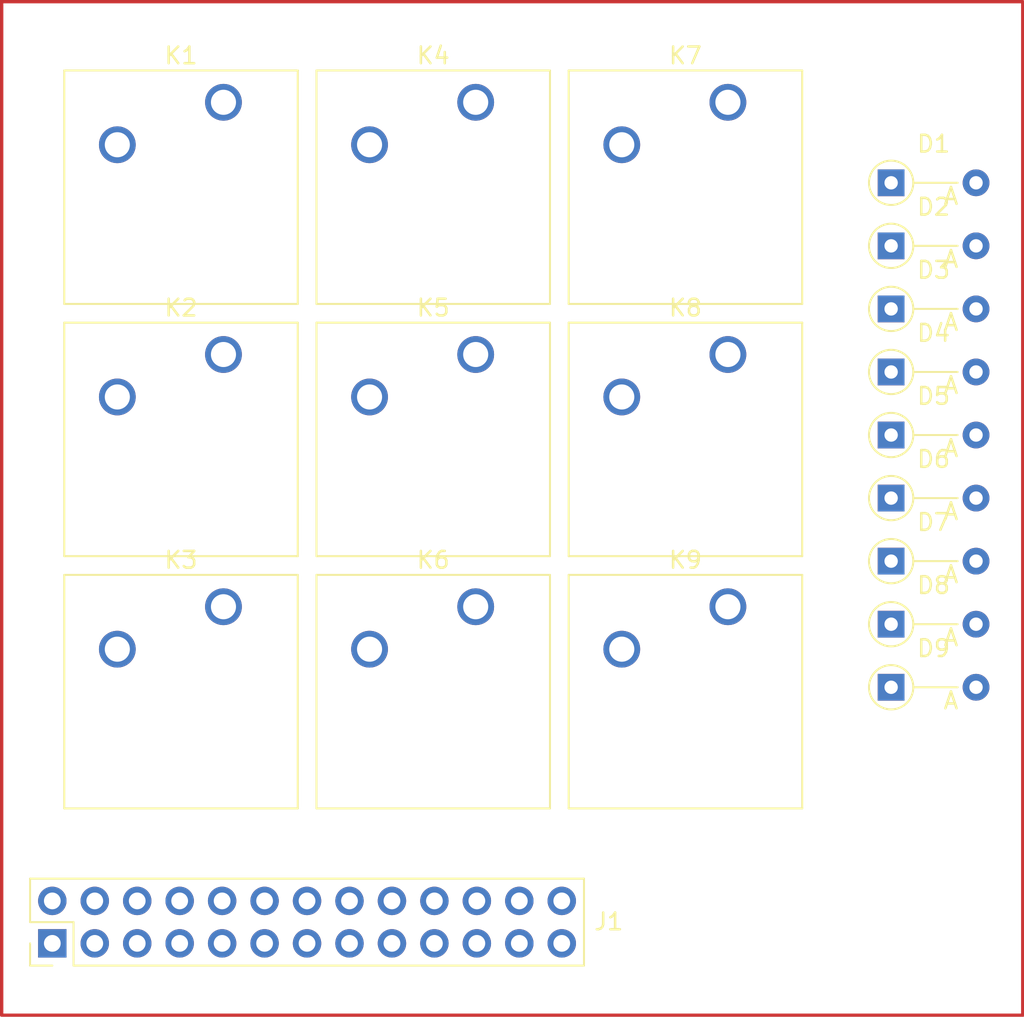
<source format=kicad_pcb>
(kicad_pcb (version 20240108) (generator "pcbnew") (generator_version "8.0")
  (layers (0 "F.Cu" signal) (31 "B.Cu" signal) (34 "B.Paste" user) (35 "F.Paste" user) (36 "B.SilkS" user "B.Silkscreen") (37 "F.SilkS" user "F.Silkscreen") (38 "B.Mask" user) (39 "F.Mask" user) (44 "Edge.Cuts" user))
  (net 0 "")
  (net 1 "/row0")
  (net 2 "Net-(D1-A)")
  (net 3 "Net-(D2-A)")
  (net 4 "Net-(D3-A)")
  (net 5 "Net-(D4-A)")
  (net 6 "/row 1")
  (net 7 "Net-(D5-A)")
  (net 8 "Net-(D6-A)")
  (net 9 "Net-(D7-A)")
  (net 10 "/row 2")
  (net 11 "Net-(D8-A)")
  (net 12 "Net-(D9-A)")
  (net 13 "/col 0")
  (net 14 "/col 1")
  (net 15 "/col 2")
  (net 16 "GND")
  (net 21 "Net-(J1-Pin_10)")
  (footprint "Button_Switch_Keyboard:SW_Cherry_MX_1.00u_PCB" (layer "F.Cu") (at 146.46 89.76)
    (property "Reference" "K6" (at -2.54 -2.794 0) (layer "F.SilkS"))
    (property "Value" "KEYSW")
    (fp_line (start -9.525 -1.905) (end 4.445 -1.905) (stroke (width 0.12)) (layer "F.SilkS"))
    (fp_line (start -9.525 12.065) (end -9.525 -1.905) (stroke (width 0.12)) (layer "F.SilkS"))
    (fp_line (start 4.445 -1.905) (end 4.445 12.065) (stroke (width 0.12)) (layer "F.SilkS"))
    (fp_line (start 4.445 12.065) (end -9.525 12.065) (stroke (width 0.12)) (layer "F.SilkS"))
    (pad "" np_thru_hole circle (at -7.62 5.08) (size 1.7 1.7) (drill 1.7) (layers "*.Cu" "*.Mask"))
    (pad "" np_thru_hole circle (at -2.54 5.08) (size 4 4) (drill 4) (layers "*.Cu" "*.Mask"))
    (pad "" np_thru_hole circle (at 2.54 5.08) (size 1.7 1.7) (drill 1.7) (layers "*.Cu" "*.Mask"))
    (pad "1" thru_hole circle (at 0 0) (size 2.2 2.2) (drill 1.5) (layers "*.Cu" "*.Mask") (net 15 "/col 2"))
    (pad "2" thru_hole circle (at -6.35 2.54) (size 2.2 2.2) (drill 1.5) (layers "*.Cu" "*.Mask") (net 8 "Net-(D6-A)"))
  )
  (footprint "Button_Switch_Keyboard:SW_Cherry_MX_1.00u_PCB" (layer "F.Cu") (at 131.37 74.67)
    (property "Reference" "K2" (at -2.54 -2.794 0) (layer "F.SilkS"))
    (property "Value" "KEYSW")
    (fp_line (start -9.525 -1.905) (end 4.445 -1.905) (stroke (width 0.12)) (layer "F.SilkS"))
    (fp_line (start -9.525 12.065) (end -9.525 -1.905) (stroke (width 0.12)) (layer "F.SilkS"))
    (fp_line (start 4.445 -1.905) (end 4.445 12.065) (stroke (width 0.12)) (layer "F.SilkS"))
    (fp_line (start 4.445 12.065) (end -9.525 12.065) (stroke (width 0.12)) (layer "F.SilkS"))
    (pad "" np_thru_hole circle (at -7.62 5.08) (size 1.7 1.7) (drill 1.7) (layers "*.Cu" "*.Mask"))
    (pad "" np_thru_hole circle (at -2.54 5.08) (size 4 4) (drill 4) (layers "*.Cu" "*.Mask"))
    (pad "" np_thru_hole circle (at 2.54 5.08) (size 1.7 1.7) (drill 1.7) (layers "*.Cu" "*.Mask"))
    (pad "1" thru_hole circle (at 0 0) (size 2.2 2.2) (drill 1.5) (layers "*.Cu" "*.Mask") (net 14 "/col 1"))
    (pad "2" thru_hole circle (at -6.35 2.54) (size 2.2 2.2) (drill 1.5) (layers "*.Cu" "*.Mask") (net 3 "Net-(D2-A)"))
  )
  (footprint "Diode_THT:D_DO-35_SOD27_P5.08mm_Vertical_AnodeUp" (layer "F.Cu") (at 171.315686 90.805484)
    (property "Reference" "D8" (at 2.54 -2.326371 0) (layer "F.SilkS"))
    (property "Value" "D")
    (fp_line (start 1.326371 0) (end 3.98 0) (stroke (width 0.12)) (layer "F.SilkS"))
    (fp_circle (center 0 0) (end 1.326371 0) (stroke (width 0.12)) (fill none) (layer "F.SilkS"))
    (fp_text user "A" (at 3.58 0.8 0) (layer "F.SilkS"))
    (pad "1" thru_hole rect (at 0 0) (size 1.6 1.6) (drill 0.8) (layers "*.Cu" "*.Mask") (net 10 "/row 2"))
    (pad "2" thru_hole oval (at 5.08 0) (size 1.6 1.6) (drill 0.8) (layers "*.Cu" "*.Mask") (net 11 "Net-(D8-A)"))
  )
  (footprint "Button_Switch_Keyboard:SW_Cherry_MX_1.00u_PCB" (layer "F.Cu") (at 131.37 89.76)
    (property "Reference" "K3" (at -2.54 -2.794 0) (layer "F.SilkS"))
    (property "Value" "KEYSW")
    (fp_line (start -9.525 -1.905) (end 4.445 -1.905) (stroke (width 0.12)) (layer "F.SilkS"))
    (fp_line (start -9.525 12.065) (end -9.525 -1.905) (stroke (width 0.12)) (layer "F.SilkS"))
    (fp_line (start 4.445 -1.905) (end 4.445 12.065) (stroke (width 0.12)) (layer "F.SilkS"))
    (fp_line (start 4.445 12.065) (end -9.525 12.065) (stroke (width 0.12)) (layer "F.SilkS"))
    (pad "" np_thru_hole circle (at -7.62 5.08) (size 1.7 1.7) (drill 1.7) (layers "*.Cu" "*.Mask"))
    (pad "" np_thru_hole circle (at -2.54 5.08) (size 4 4) (drill 4) (layers "*.Cu" "*.Mask"))
    (pad "" np_thru_hole circle (at 2.54 5.08) (size 1.7 1.7) (drill 1.7) (layers "*.Cu" "*.Mask"))
    (pad "1" thru_hole circle (at 0 0) (size 2.2 2.2) (drill 1.5) (layers "*.Cu" "*.Mask") (net 15 "/col 2"))
    (pad "2" thru_hole circle (at -6.35 2.54) (size 2.2 2.2) (drill 1.5) (layers "*.Cu" "*.Mask") (net 4 "Net-(D3-A)"))
  )
  (footprint "Diode_THT:D_DO-35_SOD27_P5.08mm_Vertical_AnodeUp" (layer "F.Cu") (at 171.315686 79.487258)
    (property "Reference" "D5" (at 2.54 -2.326371 0) (layer "F.SilkS"))
    (property "Value" "D")
    (fp_line (start 1.326371 0) (end 3.98 0) (stroke (width 0.12)) (layer "F.SilkS"))
    (fp_circle (center 0 0) (end 1.326371 0) (stroke (width 0.12)) (fill none) (layer "F.SilkS"))
    (fp_text user "A" (at 3.58 0.8 0) (layer "F.SilkS"))
    (pad "1" thru_hole rect (at 0 0) (size 1.6 1.6) (drill 0.8) (layers "*.Cu" "*.Mask") (net 6 "/row 1"))
    (pad "2" thru_hole oval (at 5.08 0) (size 1.6 1.6) (drill 0.8) (layers "*.Cu" "*.Mask") (net 7 "Net-(D5-A)"))
  )
  (footprint "Diode_THT:D_DO-35_SOD27_P5.08mm_Vertical_AnodeUp" (layer "F.Cu") (at 171.315686 71.941774)
    (property "Reference" "D3" (at 2.54 -2.326371 0) (layer "F.SilkS"))
    (property "Value" "D")
    (fp_line (start 1.326371 0) (end 3.98 0) (stroke (width 0.12)) (layer "F.SilkS"))
    (fp_circle (center 0 0) (end 1.326371 0) (stroke (width 0.12)) (fill none) (layer "F.SilkS"))
    (fp_text user "A" (at 3.58 0.8 0) (layer "F.SilkS"))
    (pad "1" thru_hole rect (at 0 0) (size 1.6 1.6) (drill 0.8) (layers "*.Cu" "*.Mask") (net 1 "/row0"))
    (pad "2" thru_hole oval (at 5.08 0) (size 1.6 1.6) (drill 0.8) (layers "*.Cu" "*.Mask") (net 4 "Net-(D3-A)"))
  )
  (footprint "Button_Switch_Keyboard:SW_Cherry_MX_1.00u_PCB" (layer "F.Cu") (at 161.55 59.58)
    (property "Reference" "K7" (at -2.54 -2.794 0) (layer "F.SilkS"))
    (property "Value" "KEYSW")
    (fp_line (start -9.525 -1.905) (end 4.445 -1.905) (stroke (width 0.12)) (layer "F.SilkS"))
    (fp_line (start -9.525 12.065) (end -9.525 -1.905) (stroke (width 0.12)) (layer "F.SilkS"))
    (fp_line (start 4.445 -1.905) (end 4.445 12.065) (stroke (width 0.12)) (layer "F.SilkS"))
    (fp_line (start 4.445 12.065) (end -9.525 12.065) (stroke (width 0.12)) (layer "F.SilkS"))
    (pad "" np_thru_hole circle (at -7.62 5.08) (size 1.7 1.7) (drill 1.7) (layers "*.Cu" "*.Mask"))
    (pad "" np_thru_hole circle (at -2.54 5.08) (size 4 4) (drill 4) (layers "*.Cu" "*.Mask"))
    (pad "" np_thru_hole circle (at 2.54 5.08) (size 1.7 1.7) (drill 1.7) (layers "*.Cu" "*.Mask"))
    (pad "1" thru_hole circle (at 0 0) (size 2.2 2.2) (drill 1.5) (layers "*.Cu" "*.Mask") (net 13 "/col 0"))
    (pad "2" thru_hole circle (at -6.35 2.54) (size 2.2 2.2) (drill 1.5) (layers "*.Cu" "*.Mask") (net 9 "Net-(D7-A)"))
  )
  (footprint "Diode_THT:D_DO-35_SOD27_P5.08mm_Vertical_AnodeUp" (layer "F.Cu") (at 171.315686 87.032742)
    (property "Reference" "D7" (at 2.54 -2.326371 0) (layer "F.SilkS"))
    (property "Value" "D")
    (fp_line (start 1.326371 0) (end 3.98 0) (stroke (width 0.12)) (layer "F.SilkS"))
    (fp_circle (center 0 0) (end 1.326371 0) (stroke (width 0.12)) (fill none) (layer "F.SilkS"))
    (fp_text user "A" (at 3.58 0.8 0) (layer "F.SilkS"))
    (pad "1" thru_hole rect (at 0 0) (size 1.6 1.6) (drill 0.8) (layers "*.Cu" "*.Mask") (net 10 "/row 2"))
    (pad "2" thru_hole oval (at 5.08 0) (size 1.6 1.6) (drill 0.8) (layers "*.Cu" "*.Mask") (net 9 "Net-(D7-A)"))
  )
  (footprint "Diode_THT:D_DO-35_SOD27_P5.08mm_Vertical_AnodeUp" (layer "F.Cu") (at 171.315686 94.578226)
    (property "Reference" "D9" (at 2.54 -2.326371 0) (layer "F.SilkS"))
    (property "Value" "D")
    (fp_line (start 1.326371 0) (end 3.98 0) (stroke (width 0.12)) (layer "F.SilkS"))
    (fp_circle (center 0 0) (end 1.326371 0) (stroke (width 0.12)) (fill none) (layer "F.SilkS"))
    (fp_text user "A" (at 3.58 0.8 0) (layer "F.SilkS"))
    (pad "1" thru_hole rect (at 0 0) (size 1.6 1.6) (drill 0.8) (layers "*.Cu" "*.Mask") (net 10 "/row 2"))
    (pad "2" thru_hole oval (at 5.08 0) (size 1.6 1.6) (drill 0.8) (layers "*.Cu" "*.Mask") (net 12 "Net-(D9-A)"))
  )
  (footprint "Button_Switch_Keyboard:SW_Cherry_MX_1.00u_PCB" (layer "F.Cu") (at 161.55 89.76)
    (property "Reference" "K9" (at -2.54 -2.794 0) (layer "F.SilkS"))
    (property "Value" "KEYSW")
    (fp_line (start -9.525 -1.905) (end 4.445 -1.905) (stroke (width 0.12)) (layer "F.SilkS"))
    (fp_line (start -9.525 12.065) (end -9.525 -1.905) (stroke (width 0.12)) (layer "F.SilkS"))
    (fp_line (start 4.445 -1.905) (end 4.445 12.065) (stroke (width 0.12)) (layer "F.SilkS"))
    (fp_line (start 4.445 12.065) (end -9.525 12.065) (stroke (width 0.12)) (layer "F.SilkS"))
    (pad "" np_thru_hole circle (at -7.62 5.08) (size 1.7 1.7) (drill 1.7) (layers "*.Cu" "*.Mask"))
    (pad "" np_thru_hole circle (at -2.54 5.08) (size 4 4) (drill 4) (layers "*.Cu" "*.Mask"))
    (pad "" np_thru_hole circle (at 2.54 5.08) (size 1.7 1.7) (drill 1.7) (layers "*.Cu" "*.Mask"))
    (pad "1" thru_hole circle (at 0 0) (size 2.2 2.2) (drill 1.5) (layers "*.Cu" "*.Mask") (net 15 "/col 2"))
    (pad "2" thru_hole circle (at -6.35 2.54) (size 2.2 2.2) (drill 1.5) (layers "*.Cu" "*.Mask") (net 12 "Net-(D9-A)"))
  )
  (footprint "Diode_THT:D_DO-35_SOD27_P5.08mm_Vertical_AnodeUp" (layer "F.Cu") (at 171.315686 64.39629)
    (property "Reference" "D1" (at 2.54 -2.326371 0) (layer "F.SilkS"))
    (property "Value" "D")
    (fp_line (start 1.326371 0) (end 3.98 0) (stroke (width 0.12)) (layer "F.SilkS"))
    (fp_circle (center 0 0) (end 1.326371 0) (stroke (width 0.12)) (fill none) (layer "F.SilkS"))
    (fp_text user "A" (at 3.58 0.8 0) (layer "F.SilkS"))
    (pad "1" thru_hole rect (at 0 0) (size 1.6 1.6) (drill 0.8) (layers "*.Cu" "*.Mask") (net 1 "/row0"))
    (pad "2" thru_hole oval (at 5.08 0) (size 1.6 1.6) (drill 0.8) (layers "*.Cu" "*.Mask") (net 2 "Net-(D1-A)"))
  )
  (footprint "Diode_THT:D_DO-35_SOD27_P5.08mm_Vertical_AnodeUp" (layer "F.Cu") (at 171.315686 68.169032)
    (property "Reference" "D2" (at 2.54 -2.326371 0) (layer "F.SilkS"))
    (property "Value" "D")
    (fp_line (start 1.326371 0) (end 3.98 0) (stroke (width 0.12)) (layer "F.SilkS"))
    (fp_circle (center 0 0) (end 1.326371 0) (stroke (width 0.12)) (fill none) (layer "F.SilkS"))
    (fp_text user "A" (at 3.58 0.8 0) (layer "F.SilkS"))
    (pad "1" thru_hole rect (at 0 0) (size 1.6 1.6) (drill 0.8) (layers "*.Cu" "*.Mask") (net 1 "/row0"))
    (pad "2" thru_hole oval (at 5.08 0) (size 1.6 1.6) (drill 0.8) (layers "*.Cu" "*.Mask") (net 3 "Net-(D2-A)"))
  )
  (footprint "Diode_THT:D_DO-35_SOD27_P5.08mm_Vertical_AnodeUp" (layer "F.Cu") (at 171.315686 75.714516)
    (property "Reference" "D4" (at 2.54 -2.326371 0) (layer "F.SilkS"))
    (property "Value" "D")
    (fp_line (start 1.326371 0) (end 3.98 0) (stroke (width 0.12)) (layer "F.SilkS"))
    (fp_circle (center 0 0) (end 1.326371 0) (stroke (width 0.12)) (fill none) (layer "F.SilkS"))
    (fp_text user "A" (at 3.58 0.8 0) (layer "F.SilkS"))
    (pad "1" thru_hole rect (at 0 0) (size 1.6 1.6) (drill 0.8) (layers "*.Cu" "*.Mask") (net 6 "/row 1"))
    (pad "2" thru_hole oval (at 5.08 0) (size 1.6 1.6) (drill 0.8) (layers "*.Cu" "*.Mask") (net 5 "Net-(D4-A)"))
  )
  (footprint "Button_Switch_Keyboard:SW_Cherry_MX_1.00u_PCB" (layer "F.Cu") (at 161.55 74.67)
    (property "Reference" "K8" (at -2.54 -2.794 0) (layer "F.SilkS"))
    (property "Value" "KEYSW")
    (fp_line (start -9.525 -1.905) (end 4.445 -1.905) (stroke (width 0.12)) (layer "F.SilkS"))
    (fp_line (start -9.525 12.065) (end -9.525 -1.905) (stroke (width 0.12)) (layer "F.SilkS"))
    (fp_line (start 4.445 -1.905) (end 4.445 12.065) (stroke (width 0.12)) (layer "F.SilkS"))
    (fp_line (start 4.445 12.065) (end -9.525 12.065) (stroke (width 0.12)) (layer "F.SilkS"))
    (pad "" np_thru_hole circle (at -7.62 5.08) (size 1.7 1.7) (drill 1.7) (layers "*.Cu" "*.Mask"))
    (pad "" np_thru_hole circle (at -2.54 5.08) (size 4 4) (drill 4) (layers "*.Cu" "*.Mask"))
    (pad "" np_thru_hole circle (at 2.54 5.08) (size 1.7 1.7) (drill 1.7) (layers "*.Cu" "*.Mask"))
    (pad "1" thru_hole circle (at 0 0) (size 2.2 2.2) (drill 1.5) (layers "*.Cu" "*.Mask") (net 14 "/col 1"))
    (pad "2" thru_hole circle (at -6.35 2.54) (size 2.2 2.2) (drill 1.5) (layers "*.Cu" "*.Mask") (net 11 "Net-(D8-A)"))
  )
  (footprint "Button_Switch_Keyboard:SW_Cherry_MX_1.00u_PCB" (layer "F.Cu") (at 146.46 59.58)
    (property "Reference" "K4" (at -2.54 -2.794 0) (layer "F.SilkS"))
    (property "Value" "KEYSW")
    (fp_line (start -9.525 -1.905) (end 4.445 -1.905) (stroke (width 0.12)) (layer "F.SilkS"))
    (fp_line (start -9.525 12.065) (end -9.525 -1.905) (stroke (width 0.12)) (layer "F.SilkS"))
    (fp_line (start 4.445 -1.905) (end 4.445 12.065) (stroke (width 0.12)) (layer "F.SilkS"))
    (fp_line (start 4.445 12.065) (end -9.525 12.065) (stroke (width 0.12)) (layer "F.SilkS"))
    (pad "" np_thru_hole circle (at -7.62 5.08) (size 1.7 1.7) (drill 1.7) (layers "*.Cu" "*.Mask"))
    (pad "" np_thru_hole circle (at -2.54 5.08) (size 4 4) (drill 4) (layers "*.Cu" "*.Mask"))
    (pad "" np_thru_hole circle (at 2.54 5.08) (size 1.7 1.7) (drill 1.7) (layers "*.Cu" "*.Mask"))
    (pad "1" thru_hole circle (at 0 0) (size 2.2 2.2) (drill 1.5) (layers "*.Cu" "*.Mask") (net 13 "/col 0"))
    (pad "2" thru_hole circle (at -6.35 2.54) (size 2.2 2.2) (drill 1.5) (layers "*.Cu" "*.Mask") (net 5 "Net-(D4-A)"))
  )
  (footprint "Connector_PinHeader_2.54mm:PinHeader_2x13_P2.54mm_Vertical" (layer "F.Cu") (at 121.13 109.9 90)
    (property "Reference" "J1" (at 1.3 33.29 180) (layer "F.SilkS"))
    (property "Value" "Conn_2Rows-13Pins")
    (fp_line (start 3.87 -1.33) (end 3.87 31.81) (stroke (width 0.12)) (layer "F.SilkS"))
    (fp_line (start 1.27 -1.33) (end 3.87 -1.33) (stroke (width 0.12)) (layer "F.SilkS"))
    (fp_line (start -1.33 -1.33) (end 0 -1.33) (stroke (width 0.12)) (layer "F.SilkS"))
    (fp_line (start -1.33 0) (end -1.33 -1.33) (stroke (width 0.12)) (layer "F.SilkS"))
    (fp_line (start 1.27 1.27) (end 1.27 -1.33) (stroke (width 0.12)) (layer "F.SilkS"))
    (fp_line (start -1.33 1.27) (end 1.27 1.27) (stroke (width 0.12)) (layer "F.SilkS"))
    (fp_line (start -1.33 1.27) (end -1.33 31.81) (stroke (width 0.12)) (layer "F.SilkS"))
    (fp_line (start -1.33 31.81) (end 3.87 31.81) (stroke (width 0.12)) (layer "F.SilkS"))
    (pad "1" thru_hole rect (at 0 0 90) (size 1.7 1.7) (drill 1) (layers "*.Cu" "*.Mask") (net 1 "/row0"))
    (pad "2" thru_hole oval (at 2.54 0 90) (size 1.7 1.7) (drill 1) (layers "*.Cu" "*.Mask") (net 16 "GND"))
    (pad "3" thru_hole oval (at 0 2.54 90) (size 1.7 1.7) (drill 1) (layers "*.Cu" "*.Mask") (net 6 "/row 1"))
    (pad "4" thru_hole oval (at 2.54 2.54 90) (size 1.7 1.7) (drill 1) (layers "*.Cu" "*.Mask"))
    (pad "5" thru_hole oval (at 0 5.08 90) (size 1.7 1.7) (drill 1) (layers "*.Cu" "*.Mask") (net 10 "/row 2"))
    (pad "6" thru_hole oval (at 2.54 5.08 90) (size 1.7 1.7) (drill 1) (layers "*.Cu" "*.Mask"))
    (pad "7" thru_hole oval (at 0 7.62 90) (size 1.7 1.7) (drill 1) (layers "*.Cu" "*.Mask") (net 13 "/col 0"))
    (pad "8" thru_hole oval (at 2.54 7.62 90) (size 1.7 1.7) (drill 1) (layers "*.Cu" "*.Mask"))
    (pad "9" thru_hole oval (at 0 10.16 90) (size 1.7 1.7) (drill 1) (layers "*.Cu" "*.Mask") (net 14 "/col 1"))
    (pad "10" thru_hole oval (at 2.54 10.16 90) (size 1.7 1.7) (drill 1) (layers "*.Cu" "*.Mask") (net 21 "Net-(J1-Pin_10)"))
    (pad "11" thru_hole oval (at 0 12.7 90) (size 1.7 1.7) (drill 1) (layers "*.Cu" "*.Mask") (net 15 "/col 2"))
    (pad "12" thru_hole oval (at 2.54 12.7 90) (size 1.7 1.7) (drill 1) (layers "*.Cu" "*.Mask"))
    (pad "13" thru_hole oval (at 0 15.24 90) (size 1.7 1.7) (drill 1) (layers "*.Cu" "*.Mask"))
    (pad "14" thru_hole oval (at 2.54 15.24 90) (size 1.7 1.7) (drill 1) (layers "*.Cu" "*.Mask"))
    (pad "15" thru_hole oval (at 0 17.78 90) (size 1.7 1.7) (drill 1) (layers "*.Cu" "*.Mask"))
    (pad "16" thru_hole oval (at 2.54 17.78 90) (size 1.7 1.7) (drill 1) (layers "*.Cu" "*.Mask"))
    (pad "17" thru_hole oval (at 0 20.32 90) (size 1.7 1.7) (drill 1) (layers "*.Cu" "*.Mask"))
    (pad "18" thru_hole oval (at 2.54 20.32 90) (size 1.7 1.7) (drill 1) (layers "*.Cu" "*.Mask"))
    (pad "19" thru_hole oval (at 0 22.86 90) (size 1.7 1.7) (drill 1) (layers "*.Cu" "*.Mask"))
    (pad "20" thru_hole oval (at 2.54 22.86 90) (size 1.7 1.7) (drill 1) (layers "*.Cu" "*.Mask"))
    (pad "21" thru_hole oval (at 0 25.4 90) (size 1.7 1.7) (drill 1) (layers "*.Cu" "*.Mask"))
    (pad "22" thru_hole oval (at 2.54 25.4 90) (size 1.7 1.7) (drill 1) (layers "*.Cu" "*.Mask"))
    (pad "23" thru_hole oval (at 0 27.94 90) (size 1.7 1.7) (drill 1) (layers "*.Cu" "*.Mask"))
    (pad "24" thru_hole oval (at 2.54 27.94 90) (size 1.7 1.7) (drill 1) (layers "*.Cu" "*.Mask"))
    (pad "25" thru_hole oval (at 0 30.48 90) (size 1.7 1.7) (drill 1) (layers "*.Cu" "*.Mask"))
    (pad "26" thru_hole oval (at 2.54 30.48 90) (size 1.7 1.7) (drill 1) (layers "*.Cu" "*.Mask"))
  )
  (footprint "Button_Switch_Keyboard:SW_Cherry_MX_1.00u_PCB" (layer "F.Cu") (at 146.46 74.67)
    (property "Reference" "K5" (at -2.54 -2.794 0) (layer "F.SilkS"))
    (property "Value" "KEYSW")
    (fp_line (start -9.525 -1.905) (end 4.445 -1.905) (stroke (width 0.12)) (layer "F.SilkS"))
    (fp_line (start -9.525 12.065) (end -9.525 -1.905) (stroke (width 0.12)) (layer "F.SilkS"))
    (fp_line (start 4.445 -1.905) (end 4.445 12.065) (stroke (width 0.12)) (layer "F.SilkS"))
    (fp_line (start 4.445 12.065) (end -9.525 12.065) (stroke (width 0.12)) (layer "F.SilkS"))
    (pad "" np_thru_hole circle (at -7.62 5.08) (size 1.7 1.7) (drill 1.7) (layers "*.Cu" "*.Mask"))
    (pad "" np_thru_hole circle (at -2.54 5.08) (size 4 4) (drill 4) (layers "*.Cu" "*.Mask"))
    (pad "" np_thru_hole circle (at 2.54 5.08) (size 1.7 1.7) (drill 1.7) (layers "*.Cu" "*.Mask"))
    (pad "1" thru_hole circle (at 0 0) (size 2.2 2.2) (drill 1.5) (layers "*.Cu" "*.Mask") (net 14 "/col 1"))
    (pad "2" thru_hole circle (at -6.35 2.54) (size 2.2 2.2) (drill 1.5) (layers "*.Cu" "*.Mask") (net 7 "Net-(D5-A)"))
  )
  (footprint "Button_Switch_Keyboard:SW_Cherry_MX_1.00u_PCB" (layer "F.Cu") (at 131.37 59.58)
    (property "Reference" "K1" (at -2.54 -2.794 0) (layer "F.SilkS"))
    (property "Value" "KEYSW")
    (fp_line (start -9.525 -1.905) (end 4.445 -1.905) (stroke (width 0.12)) (layer "F.SilkS"))
    (fp_line (start -9.525 12.065) (end -9.525 -1.905) (stroke (width 0.12)) (layer "F.SilkS"))
    (fp_line (start 4.445 -1.905) (end 4.445 12.065) (stroke (width 0.12)) (layer "F.SilkS"))
    (fp_line (start 4.445 12.065) (end -9.525 12.065) (stroke (width 0.12)) (layer "F.SilkS"))
    (pad "" np_thru_hole circle (at -7.62 5.08) (size 1.7 1.7) (drill 1.7) (layers "*.Cu" "*.Mask"))
    (pad "" np_thru_hole circle (at -2.54 5.08) (size 4 4) (drill 4) (layers "*.Cu" "*.Mask"))
    (pad "" np_thru_hole circle (at 2.54 5.08) (size 1.7 1.7) (drill 1.7) (layers "*.Cu" "*.Mask"))
    (pad "1" thru_hole circle (at 0 0) (size 2.2 2.2) (drill 1.5) (layers "*.Cu" "*.Mask") (net 13 "/col 0"))
    (pad "2" thru_hole circle (at -6.35 2.54) (size 2.2 2.2) (drill 1.5) (layers "*.Cu" "*.Mask") (net 2 "Net-(D1-A)"))
  )
  (footprint "Diode_THT:D_DO-35_SOD27_P5.08mm_Vertical_AnodeUp" (layer "F.Cu") (at 171.315686 83.26)
    (property "Reference" "D6" (at 2.54 -2.326371 0) (layer "F.SilkS"))
    (property "Value" "D")
    (fp_line (start 1.326371 0) (end 3.98 0) (stroke (width 0.12)) (layer "F.SilkS"))
    (fp_circle (center 0 0) (end 1.326371 0) (stroke (width 0.12)) (fill none) (layer "F.SilkS"))
    (fp_text user "A" (at 3.58 0.8 0) (layer "F.SilkS"))
    (pad "1" thru_hole rect (at 0 0) (size 1.6 1.6) (drill 0.8) (layers "*.Cu" "*.Mask") (net 6 "/row 1"))
    (pad "2" thru_hole oval (at 5.08 0) (size 1.6 1.6) (drill 0.8) (layers "*.Cu" "*.Mask") (net 8 "Net-(D6-A)"))
  )
  (gr_rect (start 118.1 53.56) (end 179.19 114.2) (stroke (width 0.2)) (fill none) (layer "F.Cu"))
)
</source>
